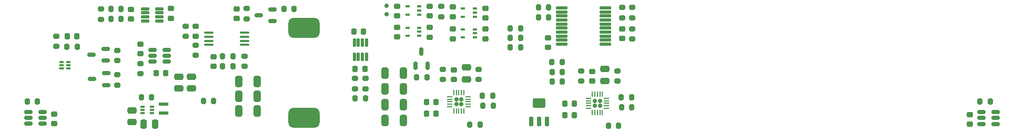
<source format=gbr>
%TF.GenerationSoftware,KiCad,Pcbnew,8.0.4*%
%TF.CreationDate,2024-10-07T15:12:12-07:00*%
%TF.ProjectId,KSS_V50,4b53535f-5635-4302-9e6b-696361645f70,rev?*%
%TF.SameCoordinates,Original*%
%TF.FileFunction,Paste,Bot*%
%TF.FilePolarity,Positive*%
%FSLAX46Y46*%
G04 Gerber Fmt 4.6, Leading zero omitted, Abs format (unit mm)*
G04 Created by KiCad (PCBNEW 8.0.4) date 2024-10-07 15:12:12*
%MOMM*%
%LPD*%
G01*
G04 APERTURE LIST*
G04 Aperture macros list*
%AMRoundRect*
0 Rectangle with rounded corners*
0 $1 Rounding radius*
0 $2 $3 $4 $5 $6 $7 $8 $9 X,Y pos of 4 corners*
0 Add a 4 corners polygon primitive as box body*
4,1,4,$2,$3,$4,$5,$6,$7,$8,$9,$2,$3,0*
0 Add four circle primitives for the rounded corners*
1,1,$1+$1,$2,$3*
1,1,$1+$1,$4,$5*
1,1,$1+$1,$6,$7*
1,1,$1+$1,$8,$9*
0 Add four rect primitives between the rounded corners*
20,1,$1+$1,$2,$3,$4,$5,0*
20,1,$1+$1,$4,$5,$6,$7,0*
20,1,$1+$1,$6,$7,$8,$9,0*
20,1,$1+$1,$8,$9,$2,$3,0*%
G04 Aperture macros list end*
%ADD10RoundRect,0.200000X0.275000X-0.200000X0.275000X0.200000X-0.275000X0.200000X-0.275000X-0.200000X0*%
%ADD11RoundRect,0.200000X-0.200000X-0.275000X0.200000X-0.275000X0.200000X0.275000X-0.200000X0.275000X0*%
%ADD12RoundRect,0.225000X0.225000X0.250000X-0.225000X0.250000X-0.225000X-0.250000X0.225000X-0.250000X0*%
%ADD13RoundRect,0.200000X-0.275000X0.200000X-0.275000X-0.200000X0.275000X-0.200000X0.275000X0.200000X0*%
%ADD14RoundRect,0.200000X0.200000X0.275000X-0.200000X0.275000X-0.200000X-0.275000X0.200000X-0.275000X0*%
%ADD15RoundRect,0.125000X-0.537500X-0.125000X0.537500X-0.125000X0.537500X0.125000X-0.537500X0.125000X0*%
%ADD16RoundRect,0.100000X0.225000X0.100000X-0.225000X0.100000X-0.225000X-0.100000X0.225000X-0.100000X0*%
%ADD17RoundRect,0.250000X0.475000X-0.250000X0.475000X0.250000X-0.475000X0.250000X-0.475000X-0.250000X0*%
%ADD18RoundRect,0.225000X-0.225000X-0.250000X0.225000X-0.250000X0.225000X0.250000X-0.225000X0.250000X0*%
%ADD19RoundRect,0.225000X-0.250000X0.225000X-0.250000X-0.225000X0.250000X-0.225000X0.250000X0.225000X0*%
%ADD20RoundRect,0.250000X0.250000X0.475000X-0.250000X0.475000X-0.250000X-0.475000X0.250000X-0.475000X0*%
%ADD21RoundRect,0.250000X-0.325000X-0.650000X0.325000X-0.650000X0.325000X0.650000X-0.325000X0.650000X0*%
%ADD22RoundRect,0.225000X0.250000X-0.225000X0.250000X0.225000X-0.250000X0.225000X-0.250000X-0.225000X0*%
%ADD23RoundRect,0.070000X0.355000X-0.070000X0.355000X0.070000X-0.355000X0.070000X-0.355000X-0.070000X0*%
%ADD24RoundRect,0.070000X0.305000X-0.070000X0.305000X0.070000X-0.305000X0.070000X-0.305000X-0.070000X0*%
%ADD25RoundRect,0.085000X-0.265000X-0.085000X0.265000X-0.085000X0.265000X0.085000X-0.265000X0.085000X0*%
%ADD26R,1.600000X0.550000*%
%ADD27RoundRect,0.150000X0.512500X0.150000X-0.512500X0.150000X-0.512500X-0.150000X0.512500X-0.150000X0*%
%ADD28RoundRect,0.812500X1.687500X-0.812500X1.687500X0.812500X-1.687500X0.812500X-1.687500X-0.812500X0*%
%ADD29RoundRect,0.075000X0.225000X0.675000X-0.225000X0.675000X-0.225000X-0.675000X0.225000X-0.675000X0*%
%ADD30RoundRect,0.187500X0.812500X0.562500X-0.812500X0.562500X-0.812500X-0.562500X0.812500X-0.562500X0*%
%ADD31RoundRect,0.150000X-0.200000X0.150000X-0.200000X-0.150000X0.200000X-0.150000X0.200000X0.150000X0*%
%ADD32RoundRect,0.167500X0.167500X0.167500X-0.167500X0.167500X-0.167500X-0.167500X0.167500X-0.167500X0*%
%ADD33RoundRect,0.050000X0.375000X0.050000X-0.375000X0.050000X-0.375000X-0.050000X0.375000X-0.050000X0*%
%ADD34RoundRect,0.050000X0.050000X0.375000X-0.050000X0.375000X-0.050000X-0.375000X0.050000X-0.375000X0*%
%ADD35RoundRect,0.150000X0.150000X-0.512500X0.150000X0.512500X-0.150000X0.512500X-0.150000X-0.512500X0*%
%ADD36RoundRect,0.125000X-0.825000X-0.125000X0.825000X-0.125000X0.825000X0.125000X-0.825000X0.125000X0*%
%ADD37RoundRect,0.125000X0.125000X-0.537500X0.125000X0.537500X-0.125000X0.537500X-0.125000X-0.537500X0*%
%ADD38RoundRect,0.250000X-0.475000X0.250000X-0.475000X-0.250000X0.475000X-0.250000X0.475000X0.250000X0*%
%ADD39RoundRect,0.100000X0.637500X0.100000X-0.637500X0.100000X-0.637500X-0.100000X0.637500X-0.100000X0*%
G04 APERTURE END LIST*
D10*
%TO.C,R25*%
X167600000Y-103025000D03*
X167600000Y-101375000D03*
%TD*%
D11*
%TO.C,R6*%
X104075000Y-100600000D03*
X105725000Y-100600000D03*
%TD*%
D12*
%TO.C,C21*%
X138425000Y-108200000D03*
X136875000Y-108200000D03*
%TD*%
D13*
%TO.C,R37*%
X170000000Y-94595000D03*
X170000000Y-96245000D03*
%TD*%
D14*
%TO.C,R46*%
X169915000Y-105630000D03*
X168265000Y-105630000D03*
%TD*%
%TO.C,R42*%
X167845000Y-110220000D03*
X166195000Y-110220000D03*
%TD*%
D12*
%TO.C,C26*%
X160725000Y-108450000D03*
X159175000Y-108450000D03*
%TD*%
D14*
%TO.C,R45*%
X147565000Y-105360000D03*
X145915000Y-105360000D03*
%TD*%
D15*
%TO.C,U4*%
X91575000Y-93300000D03*
X91575000Y-92650000D03*
X91575000Y-92000000D03*
X91575000Y-91350000D03*
X93850000Y-91350000D03*
X93850000Y-92000000D03*
X93850000Y-92650000D03*
X93850000Y-93300000D03*
%TD*%
D14*
%TO.C,R43*%
X147645000Y-106940000D03*
X145995000Y-106940000D03*
%TD*%
D12*
%TO.C,C32*%
X94900000Y-101682500D03*
X93350000Y-101682500D03*
%TD*%
D16*
%TO.C,U15*%
X135750000Y-94400000D03*
X135750000Y-95050000D03*
X135750000Y-95700000D03*
X133850000Y-95700000D03*
X133850000Y-94400000D03*
%TD*%
D11*
%TO.C,R23*%
X150375000Y-96010000D03*
X152025000Y-96010000D03*
%TD*%
%TO.C,R21*%
X150365000Y-97550000D03*
X152015000Y-97550000D03*
%TD*%
D17*
%TO.C,C20*%
X143300000Y-102700000D03*
X143300000Y-100800000D03*
%TD*%
D18*
%TO.C,C13*%
X79050000Y-95750000D03*
X80600000Y-95750000D03*
%TD*%
D19*
%TO.C,C14*%
X95725000Y-91325000D03*
X95725000Y-92875000D03*
%TD*%
D20*
%TO.C,C17*%
X93250000Y-109900000D03*
X91350000Y-109900000D03*
%TD*%
D10*
%TO.C,R38*%
X139300000Y-92625000D03*
X139300000Y-90975000D03*
%TD*%
%TO.C,R9*%
X125350000Y-104225000D03*
X125350000Y-102575000D03*
%TD*%
D21*
%TO.C,C2*%
X130225000Y-106800000D03*
X133175000Y-106800000D03*
%TD*%
D14*
%TO.C,R44*%
X169935000Y-107230000D03*
X168285000Y-107230000D03*
%TD*%
D13*
%TO.C,R30*%
X168400000Y-91150000D03*
X168400000Y-92800000D03*
%TD*%
D22*
%TO.C,C31*%
X90875000Y-98582500D03*
X90875000Y-97032500D03*
%TD*%
D12*
%TO.C,C22*%
X138425000Y-106350000D03*
X136875000Y-106350000D03*
%TD*%
%TO.C,C12*%
X126975000Y-101050000D03*
X125425000Y-101050000D03*
%TD*%
D23*
%TO.C,U3*%
X78175000Y-100950000D03*
D24*
X78125000Y-100450000D03*
X78125000Y-99950000D03*
X79275000Y-99950000D03*
X79275000Y-100450000D03*
X79275000Y-100950000D03*
%TD*%
D21*
%TO.C,C3*%
X130225000Y-104300000D03*
X133175000Y-104300000D03*
%TD*%
D19*
%TO.C,C8*%
X102600000Y-99075000D03*
X102600000Y-100625000D03*
%TD*%
%TO.C,C39*%
X146400000Y-94625000D03*
X146400000Y-96175000D03*
%TD*%
D10*
%TO.C,R5*%
X99700000Y-98846474D03*
X99700000Y-97196474D03*
%TD*%
D21*
%TO.C,C4*%
X130225000Y-101750000D03*
X133175000Y-101750000D03*
%TD*%
D14*
%TO.C,R41*%
X145525000Y-110050000D03*
X143875000Y-110050000D03*
%TD*%
D25*
%TO.C,U5*%
X91200000Y-108150000D03*
X91200000Y-107650000D03*
X91200000Y-107150000D03*
X92700000Y-107150000D03*
X92700000Y-107650000D03*
X92700000Y-108150000D03*
%TD*%
D22*
%TO.C,C24*%
X163600000Y-102975000D03*
X163600000Y-101425000D03*
%TD*%
D26*
%TO.C,L2*%
X94600000Y-106725000D03*
X94600000Y-108175000D03*
%TD*%
D21*
%TO.C,C7*%
X106675000Y-107850000D03*
X109625000Y-107850000D03*
%TD*%
D14*
%TO.C,R18*%
X74275000Y-106250000D03*
X72625000Y-106250000D03*
%TD*%
D10*
%TO.C,R8*%
X127050000Y-104225000D03*
X127050000Y-102575000D03*
%TD*%
D27*
%TO.C,U8*%
X228487500Y-108000000D03*
X228487500Y-108950000D03*
X228487500Y-109900000D03*
X226212500Y-109900000D03*
X226212500Y-108950000D03*
X226212500Y-108000000D03*
%TD*%
D22*
%TO.C,C23*%
X224364883Y-109917093D03*
X224364883Y-108367093D03*
%TD*%
D19*
%TO.C,C36*%
X137400000Y-90975000D03*
X137400000Y-92525000D03*
%TD*%
D10*
%TO.C,R20*%
X139500000Y-102775000D03*
X139500000Y-101125000D03*
%TD*%
D16*
%TO.C,U13*%
X135750000Y-91000000D03*
X135750000Y-91650000D03*
X135750000Y-92300000D03*
X133850000Y-92300000D03*
X133850000Y-91000000D03*
%TD*%
D22*
%TO.C,C9*%
X106360000Y-92955000D03*
X106360000Y-91405000D03*
%TD*%
D28*
%TO.C,L1*%
X117200000Y-108950000D03*
X117200000Y-94450000D03*
%TD*%
D27*
%TO.C,U11*%
X95087500Y-97987500D03*
X95087500Y-98937500D03*
X95087500Y-99887500D03*
X92812500Y-99887500D03*
X92812500Y-98937500D03*
X92812500Y-97987500D03*
%TD*%
D14*
%TO.C,R32*%
X102625000Y-106225000D03*
X100975000Y-106225000D03*
%TD*%
D16*
%TO.C,U12*%
X144650000Y-91325000D03*
X144650000Y-91975000D03*
X144650000Y-92625000D03*
X142750000Y-92625000D03*
X142750000Y-91325000D03*
%TD*%
D11*
%TO.C,R34*%
X154925000Y-92750000D03*
X156575000Y-92750000D03*
%TD*%
D19*
%TO.C,C34*%
X141150000Y-91075000D03*
X141150000Y-92625000D03*
%TD*%
%TO.C,C33*%
X168400000Y-94620000D03*
X168400000Y-96170000D03*
%TD*%
D29*
%TO.C,SW2*%
X156320000Y-109510000D03*
X155020000Y-109510000D03*
D30*
X155020000Y-106510000D03*
D29*
X153720000Y-109510000D03*
%TD*%
D10*
%TO.C,R19*%
X145300000Y-102775000D03*
X145300000Y-101125000D03*
%TD*%
D11*
%TO.C,R22*%
X150375000Y-94480000D03*
X152025000Y-94480000D03*
%TD*%
D27*
%TO.C,Q5*%
X112127500Y-91440000D03*
X112127500Y-93340000D03*
X109852500Y-92390000D03*
%TD*%
D14*
%TO.C,R11*%
X80650000Y-97450000D03*
X79000000Y-97450000D03*
%TD*%
D27*
%TO.C,Q1*%
X85262500Y-97825000D03*
X85262500Y-99725000D03*
X82987500Y-98775000D03*
%TD*%
D10*
%TO.C,R26*%
X161800000Y-103025000D03*
X161800000Y-101375000D03*
%TD*%
D31*
%TO.C,D1*%
X130500000Y-92275000D03*
X130500000Y-90875000D03*
%TD*%
D19*
%TO.C,C35*%
X146400000Y-91275000D03*
X146400000Y-92825000D03*
%TD*%
D10*
%TO.C,R10*%
X84462500Y-93050000D03*
X84462500Y-91400000D03*
%TD*%
%TO.C,R12*%
X77305000Y-97400000D03*
X77305000Y-95750000D03*
%TD*%
D32*
%TO.C,U7*%
X142510000Y-106740000D03*
X142510000Y-105920000D03*
X141690000Y-106740000D03*
X141690000Y-105920000D03*
D33*
X143550000Y-105530000D03*
X143550000Y-105930000D03*
X143550000Y-106330000D03*
X143550000Y-106730000D03*
X143550000Y-107130000D03*
D34*
X142900000Y-107780000D03*
X142500000Y-107780000D03*
X142100000Y-107780000D03*
X141700000Y-107780000D03*
X141300000Y-107780000D03*
D33*
X140650000Y-107130000D03*
X140650000Y-106730000D03*
X140650000Y-106330000D03*
X140650000Y-105930000D03*
X140650000Y-105530000D03*
D34*
X141300000Y-104880000D03*
X141700000Y-104880000D03*
X142100000Y-104880000D03*
X142500000Y-104880000D03*
X142900000Y-104880000D03*
%TD*%
D12*
%TO.C,C27*%
X160725000Y-106600000D03*
X159175000Y-106600000D03*
%TD*%
D13*
%TO.C,R14*%
X87100000Y-101975000D03*
X87100000Y-103625000D03*
%TD*%
D22*
%TO.C,C15*%
X89287500Y-93000000D03*
X89287500Y-91450000D03*
%TD*%
D27*
%TO.C,Q2*%
X85300000Y-101725000D03*
X85300000Y-103625000D03*
X83025000Y-102675000D03*
%TD*%
D14*
%TO.C,R27*%
X158745000Y-103070000D03*
X157095000Y-103070000D03*
%TD*%
D22*
%TO.C,C10*%
X99700000Y-95750000D03*
X99700000Y-94200000D03*
%TD*%
D11*
%TO.C,R15*%
X86062500Y-92975000D03*
X87712500Y-92975000D03*
%TD*%
D35*
%TO.C,Q6*%
X137030000Y-100517500D03*
X135130000Y-100517500D03*
X136080000Y-98242500D03*
%TD*%
D36*
%TO.C,U10*%
X158700000Y-97075000D03*
X158700000Y-96425000D03*
X158700000Y-95775000D03*
X158700000Y-95125000D03*
X158700000Y-94475000D03*
X158700000Y-93825000D03*
X158700000Y-93175000D03*
X158700000Y-92525000D03*
X158700000Y-91875000D03*
X158700000Y-91225000D03*
X165700000Y-91225000D03*
X165700000Y-91875000D03*
X165700000Y-92525000D03*
X165700000Y-93175000D03*
X165700000Y-93825000D03*
X165700000Y-94475000D03*
X165700000Y-95125000D03*
X165700000Y-95775000D03*
X165700000Y-96425000D03*
X165700000Y-97075000D03*
%TD*%
D11*
%TO.C,R3*%
X104087500Y-99050000D03*
X105737500Y-99050000D03*
%TD*%
D13*
%TO.C,R13*%
X87100000Y-98075000D03*
X87100000Y-99725000D03*
%TD*%
D11*
%TO.C,R33*%
X135295000Y-102410000D03*
X136945000Y-102410000D03*
%TD*%
D14*
%TO.C,R24*%
X227662500Y-106300000D03*
X226012500Y-106300000D03*
%TD*%
D11*
%TO.C,R17*%
X90975000Y-105650000D03*
X92625000Y-105650000D03*
%TD*%
D22*
%TO.C,C19*%
X141300000Y-102725000D03*
X141300000Y-101175000D03*
%TD*%
D37*
%TO.C,U2*%
X127215000Y-99052500D03*
X126565000Y-99052500D03*
X125915000Y-99052500D03*
X125265000Y-99052500D03*
X125265000Y-96777500D03*
X125915000Y-96777500D03*
X126565000Y-96777500D03*
X127215000Y-96777500D03*
%TD*%
D10*
%TO.C,R36*%
X90825000Y-101807500D03*
X90825000Y-100157500D03*
%TD*%
D11*
%TO.C,R16*%
X86062500Y-91375000D03*
X87712500Y-91375000D03*
%TD*%
D14*
%TO.C,R29*%
X158745000Y-101520000D03*
X157095000Y-101520000D03*
%TD*%
%TO.C,R47*%
X115565000Y-91400000D03*
X113915000Y-91400000D03*
%TD*%
D10*
%TO.C,R7*%
X98150000Y-95800000D03*
X98150000Y-94150000D03*
%TD*%
D11*
%TO.C,R35*%
X154925000Y-91150000D03*
X156575000Y-91150000D03*
%TD*%
D19*
%TO.C,C37*%
X132150000Y-90925000D03*
X132150000Y-92475000D03*
%TD*%
D38*
%TO.C,C16*%
X89500000Y-107700000D03*
X89500000Y-109600000D03*
%TD*%
D27*
%TO.C,U6*%
X75100000Y-107950000D03*
X75100000Y-108900000D03*
X75100000Y-109850000D03*
X72825000Y-109850000D03*
X72825000Y-108900000D03*
X72825000Y-107950000D03*
%TD*%
D22*
%TO.C,C30*%
X156500000Y-97575000D03*
X156500000Y-96025000D03*
%TD*%
D17*
%TO.C,C29*%
X97000000Y-104200000D03*
X97000000Y-102300000D03*
%TD*%
D39*
%TO.C,U1*%
X107600000Y-95225000D03*
X107600000Y-95875000D03*
X107600000Y-96525000D03*
X107600000Y-97175000D03*
X101875000Y-97175000D03*
X101875000Y-96525000D03*
X101875000Y-95875000D03*
X101875000Y-95225000D03*
%TD*%
D21*
%TO.C,C6*%
X106675000Y-105450000D03*
X109625000Y-105450000D03*
%TD*%
D19*
%TO.C,C41*%
X132150000Y-94325000D03*
X132150000Y-95875000D03*
%TD*%
D17*
%TO.C,C28*%
X99050000Y-104200000D03*
X99050000Y-102300000D03*
%TD*%
D19*
%TO.C,C38*%
X141150000Y-94625000D03*
X141150000Y-96175000D03*
%TD*%
D13*
%TO.C,R2*%
X107600000Y-98975000D03*
X107600000Y-100625000D03*
%TD*%
D21*
%TO.C,C1*%
X130225000Y-109300000D03*
X133175000Y-109300000D03*
%TD*%
D12*
%TO.C,C11*%
X126750000Y-95000000D03*
X125200000Y-95000000D03*
%TD*%
D22*
%TO.C,C18*%
X76925000Y-109875000D03*
X76925000Y-108325000D03*
%TD*%
D14*
%TO.C,R1*%
X127075000Y-105800000D03*
X125425000Y-105800000D03*
%TD*%
D16*
%TO.C,U14*%
X144650000Y-94650000D03*
X144650000Y-95300000D03*
X144650000Y-95950000D03*
X142750000Y-95950000D03*
X142750000Y-94650000D03*
%TD*%
D17*
%TO.C,C25*%
X165600000Y-102950000D03*
X165600000Y-101050000D03*
%TD*%
D14*
%TO.C,R28*%
X158735000Y-99960000D03*
X157085000Y-99960000D03*
%TD*%
D13*
%TO.C,R4*%
X107940000Y-91345000D03*
X107940000Y-92995000D03*
%TD*%
D19*
%TO.C,C40*%
X137400000Y-94375000D03*
X137400000Y-95925000D03*
%TD*%
D21*
%TO.C,C5*%
X106675000Y-103050000D03*
X109625000Y-103050000D03*
%TD*%
D32*
%TO.C,U9*%
X164810000Y-106990000D03*
X164810000Y-106170000D03*
X163990000Y-106990000D03*
X163990000Y-106170000D03*
D33*
X165850000Y-105780000D03*
X165850000Y-106180000D03*
X165850000Y-106580000D03*
X165850000Y-106980000D03*
X165850000Y-107380000D03*
D34*
X165200000Y-108030000D03*
X164800000Y-108030000D03*
X164400000Y-108030000D03*
X164000000Y-108030000D03*
X163600000Y-108030000D03*
D33*
X162950000Y-107380000D03*
X162950000Y-106980000D03*
X162950000Y-106580000D03*
X162950000Y-106180000D03*
X162950000Y-105780000D03*
D34*
X163600000Y-105130000D03*
X164000000Y-105130000D03*
X164400000Y-105130000D03*
X164800000Y-105130000D03*
X165200000Y-105130000D03*
%TD*%
D13*
%TO.C,R31*%
X170000000Y-91175000D03*
X170000000Y-92825000D03*
%TD*%
M02*

</source>
